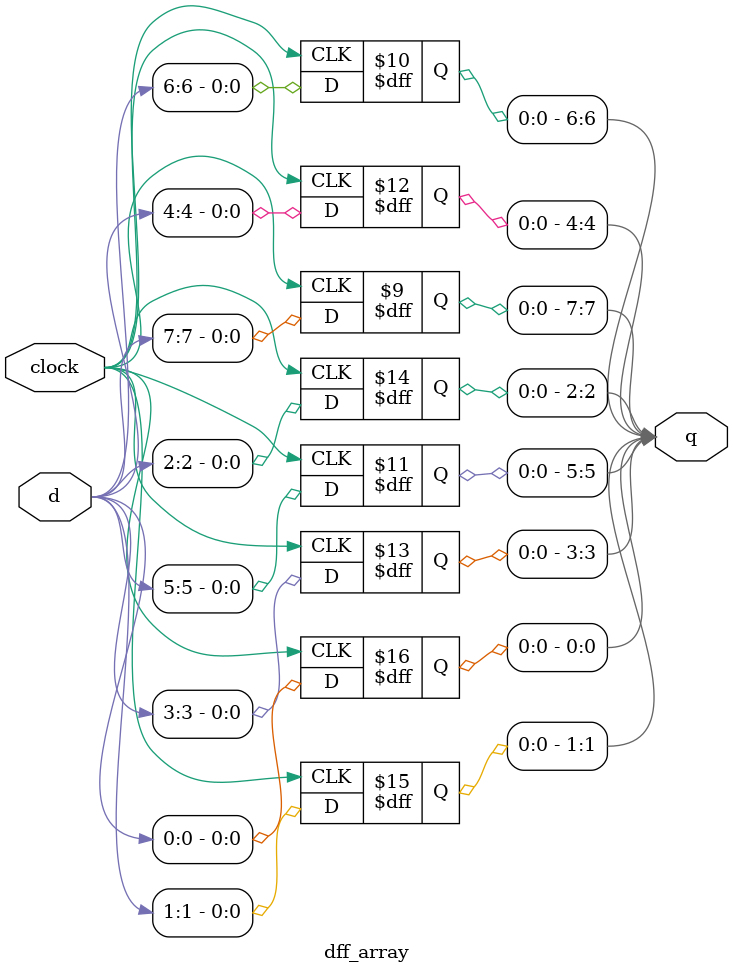
<source format=v>
module dff_array (
    input [7:0] d,
    input clock,
    output [7:0] q
);

  genvar i;

  generate
    for (i = 0; i < 8; i = i + 1) begin : gen_DFF_INST

      always @(posedge clock) q[i] <= d[i];

    end
  endgenerate

endmodule


</source>
